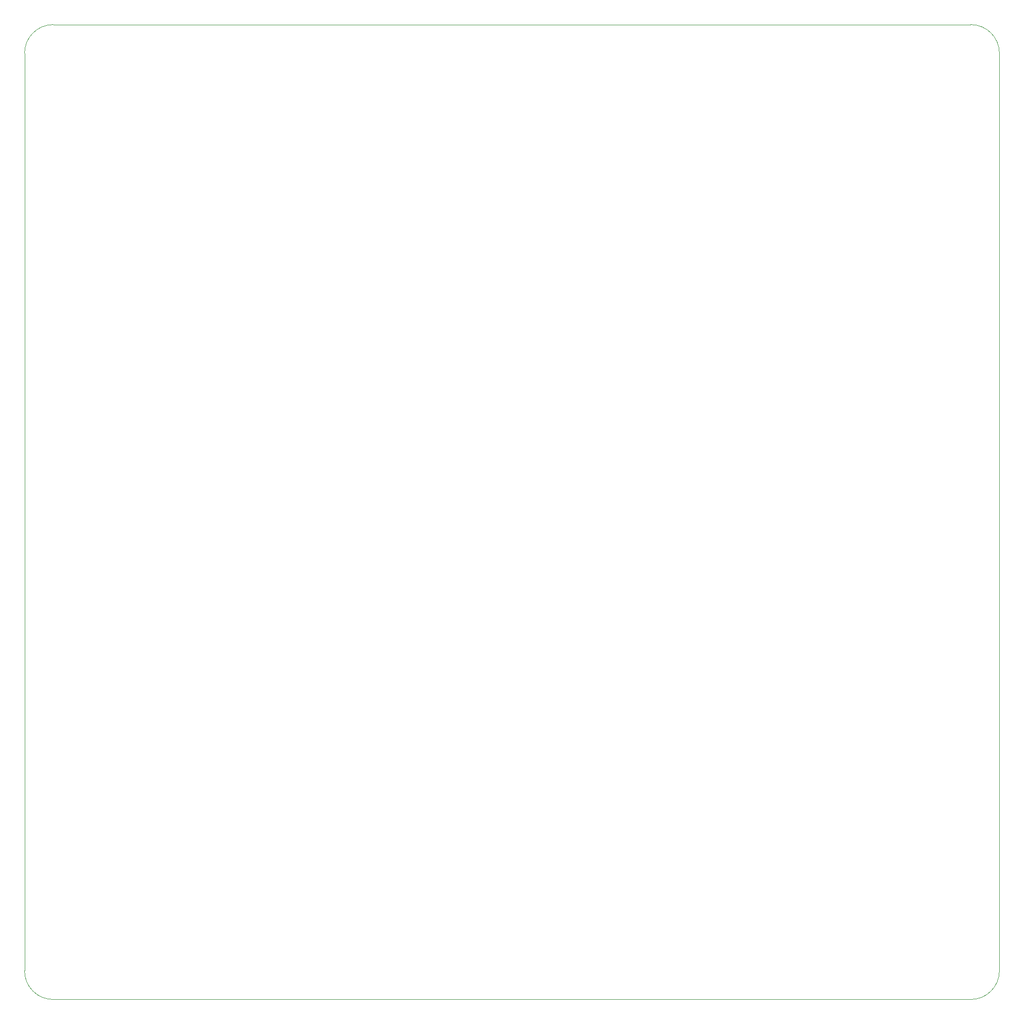
<source format=gbr>
G04 #@! TF.GenerationSoftware,KiCad,Pcbnew,5.1.5*
G04 #@! TF.CreationDate,2020-03-07T10:52:19+01:00*
G04 #@! TF.ProjectId,e-chessboard,652d6368-6573-4736-926f-6172642e6b69,0.2*
G04 #@! TF.SameCoordinates,Original*
G04 #@! TF.FileFunction,Profile,NP*
%FSLAX46Y46*%
G04 Gerber Fmt 4.6, Leading zero omitted, Abs format (unit mm)*
G04 Created by KiCad (PCBNEW 5.1.5) date 2020-03-07 10:52:19*
%MOMM*%
%LPD*%
G04 APERTURE LIST*
%ADD10C,0.050000*%
G04 APERTURE END LIST*
D10*
X220000000Y-55000000D02*
X220000000Y-85000000D01*
X220000000Y-215000000D02*
X220000000Y-85000000D01*
X55000000Y-220000000D02*
G75*
G02X50000000Y-215000000I0J5000000D01*
G01*
X50000000Y-55000000D02*
G75*
G02X55000000Y-50000000I5000000J0D01*
G01*
X215000000Y-50000000D02*
G75*
G02X220000000Y-55000000I0J-5000000D01*
G01*
X220000000Y-215000000D02*
G75*
G02X215000000Y-220000000I-5000000J0D01*
G01*
X55000000Y-220000000D02*
X215000000Y-220000000D01*
X50000000Y-55000000D02*
X50000000Y-215000000D01*
X215000000Y-50000000D02*
X55000000Y-50000000D01*
M02*

</source>
